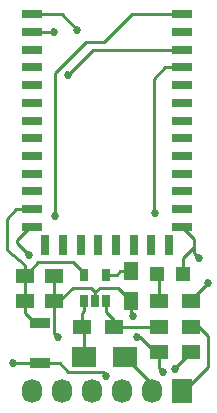
<source format=gtl>
%TF.GenerationSoftware,KiCad,Pcbnew,4.0.7*%
%TF.CreationDate,2018-05-06T15:55:51+02:00*%
%TF.ProjectId,Modulo_bluetooth,4D6F64756C6F5F626C7565746F6F7468,rev?*%
%TF.FileFunction,Copper,L1,Top,Signal*%
%FSLAX46Y46*%
G04 Gerber Fmt 4.6, Leading zero omitted, Abs format (unit mm)*
G04 Created by KiCad (PCBNEW 4.0.7) date 05/06/18 15:55:51*
%MOMM*%
%LPD*%
G01*
G04 APERTURE LIST*
%ADD10C,0.100000*%
%ADD11R,1.800000X0.800000*%
%ADD12R,0.800000X1.800000*%
%ADD13R,1.727200X2.032000*%
%ADD14O,1.727200X2.032000*%
%ADD15R,1.250000X1.500000*%
%ADD16R,1.500000X1.250000*%
%ADD17R,2.100580X1.699260*%
%ADD18R,1.200000X1.200000*%
%ADD19R,1.500000X1.300000*%
%ADD20R,1.700000X0.900000*%
%ADD21R,0.650000X1.060000*%
%ADD22C,0.685800*%
%ADD23C,0.254000*%
G04 APERTURE END LIST*
D10*
D11*
X2794000Y-1620000D03*
X2794000Y-3120000D03*
X2794000Y-4620000D03*
X2794000Y-6120000D03*
X2794000Y-7620000D03*
X2794000Y-9120000D03*
X2794000Y-10620000D03*
X2794000Y-12120000D03*
X2794000Y-13620000D03*
X2794000Y-15120000D03*
X2794000Y-16620000D03*
X2794000Y-18120000D03*
X2794000Y-19620000D03*
D12*
X3894000Y-21120000D03*
X5394000Y-21120000D03*
X6894000Y-21120000D03*
X8394000Y-21120000D03*
X9894000Y-21120000D03*
X11394000Y-21120000D03*
X12894000Y-21120000D03*
X14394000Y-21120000D03*
D11*
X15494000Y-19620000D03*
X15494000Y-18120000D03*
X15494000Y-16620000D03*
X15494000Y-15120000D03*
X15494000Y-13620000D03*
X15494000Y-12120000D03*
X15494000Y-10620000D03*
X15494000Y-9120000D03*
X15494000Y-7620000D03*
X15494000Y-6120000D03*
X15494000Y-4620000D03*
X15494000Y-3120000D03*
X15494000Y-1620000D03*
D13*
X15494000Y-33528000D03*
D14*
X12954000Y-33528000D03*
X10414000Y-33528000D03*
X7874000Y-33528000D03*
X5334000Y-33528000D03*
X2794000Y-33528000D03*
D15*
X11176000Y-23388000D03*
X11176000Y-25888000D03*
D16*
X2179000Y-23749000D03*
X4679000Y-23749000D03*
X2179000Y-25908000D03*
X4679000Y-25908000D03*
D17*
X10619740Y-30607000D03*
X7160260Y-30607000D03*
D18*
X13378000Y-23622000D03*
X15578000Y-23622000D03*
D19*
X13509000Y-28067000D03*
X16209000Y-28067000D03*
X9732000Y-28067000D03*
X7032000Y-28067000D03*
X13509000Y-30226000D03*
X16209000Y-30226000D03*
X13509000Y-25908000D03*
X16209000Y-25908000D03*
D20*
X3429000Y-31164000D03*
X3429000Y-27764000D03*
D21*
X7178000Y-25865000D03*
X8128000Y-25865000D03*
X9078000Y-25865000D03*
X9078000Y-23665000D03*
X7178000Y-23665000D03*
D22*
X2540000Y-21971000D03*
X4953000Y-28956000D03*
X11303000Y-27178000D03*
X13843000Y-31877000D03*
X11684000Y-28956000D03*
X16891000Y-22225000D03*
X6629400Y-2921000D03*
X4627000Y-3120000D03*
X5842000Y-6731000D03*
X14859000Y-31623000D03*
X9017000Y-32258000D03*
X1143000Y-31115000D03*
X4699000Y-18669000D03*
X17653000Y-24384000D03*
X13208000Y-18415000D03*
D23*
X9078000Y-23665000D02*
X9990000Y-23665000D01*
X10267000Y-23388000D02*
X11176000Y-23388000D01*
X9990000Y-23665000D02*
X10267000Y-23388000D01*
X2794000Y-19620000D02*
X2605000Y-19620000D01*
X2605000Y-19620000D02*
X1524000Y-20701000D01*
X1524000Y-20701000D02*
X1524000Y-20955000D01*
X1524000Y-20955000D02*
X2540000Y-21971000D01*
X4953000Y-28956000D02*
X4679000Y-28682000D01*
X4679000Y-28682000D02*
X4679000Y-25908000D01*
X11176000Y-27051000D02*
X11176000Y-25888000D01*
X11303000Y-27178000D02*
X11176000Y-27051000D01*
X8128000Y-25865000D02*
X8128000Y-25146000D01*
X8128000Y-25146000D02*
X8509000Y-24765000D01*
X8509000Y-24765000D02*
X10053000Y-24765000D01*
X10053000Y-24765000D02*
X11176000Y-25888000D01*
X13843000Y-31877000D02*
X13509000Y-31543000D01*
X13509000Y-31543000D02*
X13509000Y-30226000D01*
X13509000Y-30226000D02*
X13208000Y-30226000D01*
X13208000Y-30226000D02*
X11938000Y-28956000D01*
X11938000Y-28956000D02*
X11684000Y-28956000D01*
X16891000Y-22225000D02*
X16510000Y-21844000D01*
X16510000Y-21844000D02*
X16510000Y-20955000D01*
X15578000Y-23622000D02*
X15578000Y-22268000D01*
X16510000Y-21336000D02*
X16510000Y-20955000D01*
X16510000Y-20955000D02*
X16510000Y-20636000D01*
X15578000Y-22268000D02*
X16510000Y-21336000D01*
X4679000Y-25908000D02*
X5080000Y-25908000D01*
X5080000Y-25908000D02*
X6223000Y-24765000D01*
X7747000Y-24765000D02*
X8128000Y-25146000D01*
X6223000Y-24765000D02*
X7747000Y-24765000D01*
X4679000Y-25908000D02*
X4679000Y-23749000D01*
X16510000Y-20636000D02*
X15494000Y-19620000D01*
X7178000Y-23665000D02*
X7178000Y-23561000D01*
X7178000Y-23561000D02*
X6223000Y-22606000D01*
X6223000Y-22606000D02*
X3322000Y-22606000D01*
X3322000Y-22606000D02*
X2179000Y-23749000D01*
X2179000Y-23749000D02*
X2179000Y-22880000D01*
X1438000Y-18120000D02*
X2794000Y-18120000D01*
X635000Y-18923000D02*
X1438000Y-18120000D01*
X635000Y-21590000D02*
X635000Y-18923000D01*
X2179000Y-22880000D02*
X635000Y-21590000D01*
X2179000Y-25908000D02*
X2179000Y-23749000D01*
X3429000Y-27764000D02*
X2999000Y-27764000D01*
X2999000Y-27764000D02*
X2179000Y-26944000D01*
X2179000Y-26944000D02*
X2179000Y-25908000D01*
X10619740Y-30607000D02*
X10668000Y-30607000D01*
X10668000Y-30607000D02*
X12954000Y-32893000D01*
X12954000Y-32893000D02*
X12954000Y-33528000D01*
X7160260Y-30607000D02*
X7160260Y-28195260D01*
X7160260Y-28195260D02*
X7032000Y-28067000D01*
X7032000Y-28067000D02*
X7032000Y-26877000D01*
X7178000Y-26731000D02*
X7178000Y-25865000D01*
X7032000Y-26877000D02*
X7178000Y-26731000D01*
X13509000Y-25908000D02*
X13509000Y-23753000D01*
X13509000Y-23753000D02*
X13378000Y-23622000D01*
X15494000Y-33528000D02*
X15621000Y-33528000D01*
X15621000Y-33528000D02*
X17653000Y-31496000D01*
X17653000Y-31496000D02*
X17653000Y-28829000D01*
X17653000Y-28829000D02*
X16891000Y-28067000D01*
X16891000Y-28067000D02*
X16209000Y-28067000D01*
X2794000Y-1620000D02*
X5328400Y-1620000D01*
X5328400Y-1620000D02*
X6629400Y-2921000D01*
X4699000Y-3048000D02*
X4627000Y-3120000D01*
X4627000Y-3120000D02*
X4699000Y-3048000D01*
X2794000Y-3120000D02*
X4627000Y-3120000D01*
X7953000Y-4620000D02*
X15494000Y-4620000D01*
X5842000Y-6731000D02*
X7953000Y-4620000D01*
X9732000Y-28067000D02*
X13509000Y-28067000D01*
X9732000Y-28067000D02*
X9732000Y-27512000D01*
X9732000Y-27512000D02*
X9078000Y-26858000D01*
X9078000Y-26858000D02*
X9078000Y-25865000D01*
X15494000Y-1620000D02*
X11207000Y-1620000D01*
X11207000Y-1620000D02*
X8890000Y-3937000D01*
X8890000Y-3937000D02*
X7366000Y-3937000D01*
X7366000Y-3937000D02*
X4699000Y-6604000D01*
X3429000Y-31164000D02*
X5129000Y-31164000D01*
X14986000Y-31449000D02*
X16209000Y-30226000D01*
X14986000Y-31496000D02*
X14986000Y-31449000D01*
X14859000Y-31623000D02*
X14986000Y-31496000D01*
X9017000Y-32131000D02*
X9017000Y-32258000D01*
X8763000Y-31877000D02*
X9017000Y-32131000D01*
X5842000Y-31877000D02*
X8763000Y-31877000D01*
X5129000Y-31164000D02*
X5842000Y-31877000D01*
X1192000Y-31164000D02*
X3429000Y-31164000D01*
X1143000Y-31115000D02*
X1192000Y-31164000D01*
X4826000Y-18669000D02*
X4699000Y-18669000D01*
X4699000Y-18796000D02*
X4826000Y-18669000D01*
X4699000Y-6604000D02*
X4699000Y-18796000D01*
X15494000Y-6120000D02*
X14073000Y-6120000D01*
X17653000Y-24384000D02*
X16209000Y-25828000D01*
X13081000Y-18288000D02*
X13208000Y-18415000D01*
X13081000Y-7112000D02*
X13081000Y-18288000D01*
X14073000Y-6120000D02*
X13081000Y-7112000D01*
X16209000Y-25828000D02*
X16209000Y-25908000D01*
M02*

</source>
